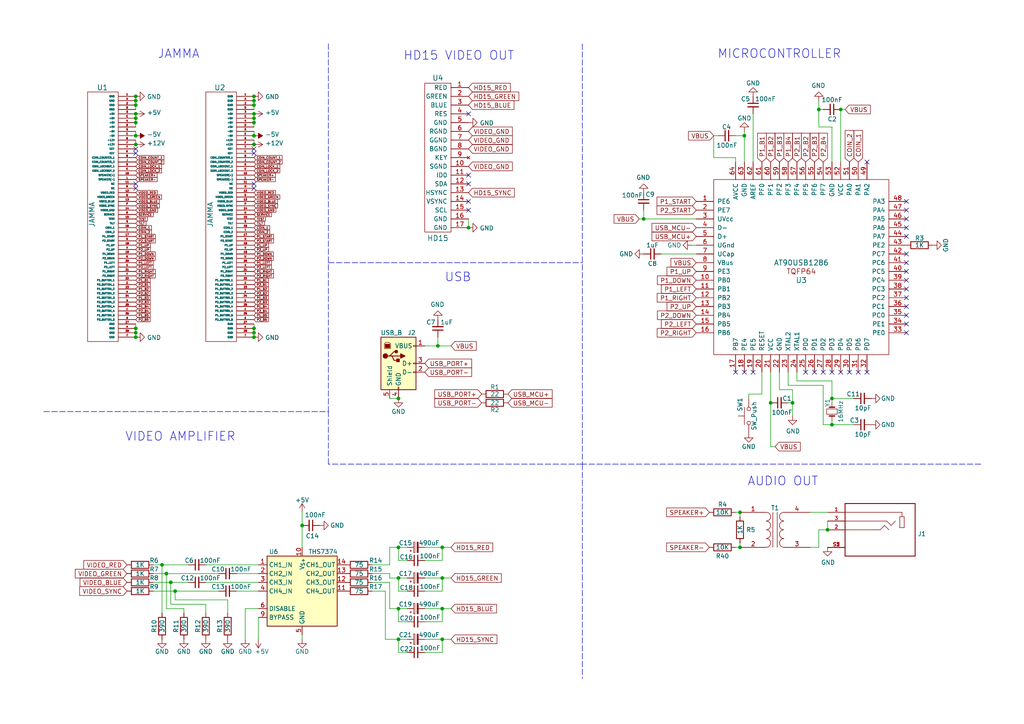
<source format=kicad_sch>
(kicad_sch (version 20231120) (generator "eeschema") (generator_version "8.0")
  (paper "A4")
  (junction (at 128.27 185.42))
  (junction (at 39.37 97.79))
  (junction (at 39.37 33.02))
  (junction (at 128.27 167.64))
  (junction (at 241.3 123.19))
  (junction (at 115.57 115.57))
  (junction (at 240.03 153.67))
  (junction (at 115.57 167.64))
  (junction (at 46.99 163.83))
  (junction (at 215.9 39.37))
  (junction (at 229.87 116.84))
  (junction (at 127 100.33))
  (junction (at 73.66 95.25))
  (junction (at 237.49 31.75))
  (junction (at 186.69 63.5))
  (junction (at 135.89 66.04))
  (junction (at 39.37 34.29))
  (junction (at 39.37 95.25))
  (junction (at 39.37 30.48))
  (junction (at 73.66 96.52))
  (junction (at 87.63 152.4))
  (junction (at 73.66 27.94))
  (junction (at 214.63 148.59))
  (junction (at 73.66 30.48))
  (junction (at 39.37 39.37))
  (junction (at 115.57 158.75))
  (junction (at 39.37 35.56))
  (junction (at 243.84 31.75))
  (junction (at 223.52 116.84))
  (junction (at 73.66 29.21))
  (junction (at 241.3 115.57))
  (junction (at 48.26 166.37))
  (junction (at 73.66 41.91))
  (junction (at 73.66 97.79))
  (junction (at 214.63 158.75))
  (junction (at 73.66 39.37))
  (junction (at 73.66 33.02))
  (junction (at 39.37 27.94))
  (junction (at 73.66 34.29))
  (junction (at 49.53 168.91))
  (junction (at 115.57 176.53))
  (junction (at 39.37 96.52))
  (junction (at 39.37 41.91))
  (junction (at 128.27 176.53))
  (junction (at 39.37 29.21))
  (junction (at 128.27 158.75))
  (junction (at 73.66 35.56))
  (junction (at 50.8 171.45))
  (junction (at 115.57 185.42))
  (no_connect (at 241.3 107.95))
  (no_connect (at 135.89 50.8))
  (no_connect (at 215.9 107.95))
  (no_connect (at 233.68 107.95))
  (no_connect (at 73.66 53.34))
  (no_connect (at 262.89 60.96))
  (no_connect (at 243.84 107.95))
  (no_connect (at 262.89 73.66))
  (no_connect (at 262.89 91.44))
  (no_connect (at 262.89 66.04))
  (no_connect (at 262.89 86.36))
  (no_connect (at 73.66 54.61))
  (no_connect (at 135.89 33.02))
  (no_connect (at 135.89 53.34))
  (no_connect (at 262.89 93.98))
  (no_connect (at 73.66 43.18))
  (no_connect (at 246.38 107.95))
  (no_connect (at 39.37 53.34))
  (no_connect (at 238.76 107.95))
  (no_connect (at 39.37 54.61))
  (no_connect (at 251.46 107.95))
  (no_connect (at 218.44 107.95))
  (no_connect (at 262.89 81.28))
  (no_connect (at 135.89 60.96))
  (no_connect (at 262.89 68.58))
  (no_connect (at 262.89 78.74))
  (no_connect (at 39.37 44.45))
  (no_connect (at 262.89 63.5))
  (no_connect (at 39.37 43.18))
  (no_connect (at 73.66 44.45))
  (no_connect (at 262.89 58.42))
  (no_connect (at 213.36 107.95))
  (no_connect (at 236.22 107.95))
  (no_connect (at 262.89 83.82))
  (no_connect (at 262.89 76.2))
  (no_connect (at 262.89 96.52))
  (no_connect (at 262.89 88.9))
  (no_connect (at 135.89 58.42))
  (no_connect (at 248.92 107.95))
  (no_connect (at 251.46 46.99))
  (wire (pts (xy 118.11 185.42) (xy 115.57 185.42)))
  (wire (pts (xy 44.45 163.83) (xy 46.99 163.83)))
  (polyline (pts (xy 168.91 134.62) (xy 168.91 196.85)) (stroke (width 0) (type dash)))
  (wire (pts (xy 50.8 171.45) (xy 63.5 171.45)))
  (wire (pts (xy 115.57 176.53) (xy 115.57 180.34)))
  (wire (pts (xy 46.99 163.83) (xy 46.99 177.8)))
  (wire (pts (xy 68.58 171.45) (xy 74.93 171.45)))
  (wire (pts (xy 39.37 35.56) (xy 39.37 34.29)))
  (wire (pts (xy 234.95 148.59) (xy 240.03 148.59)))
  (wire (pts (xy 191.77 73.66) (xy 201.93 73.66)))
  (wire (pts (xy 128.27 176.53) (xy 128.27 180.34)))
  (polyline (pts (xy 168.91 134.62) (xy 95.25 134.62)) (stroke (width 0) (type dash)))
  (wire (pts (xy 128.27 185.42) (xy 128.27 189.23)))
  (wire (pts (xy 220.98 107.95) (xy 220.98 114.3)))
  (wire (pts (xy 44.45 168.91) (xy 49.53 168.91)))
  (polyline (pts (xy 95.25 12.7) (xy 95.25 119.38)) (stroke (width 0) (type dash)))
  (wire (pts (xy 39.37 29.21) (xy 39.37 27.94)))
  (wire (pts (xy 39.37 31.75) (xy 39.37 30.48)))
  (wire (pts (xy 200.66 71.12) (xy 201.93 71.12)))
  (wire (pts (xy 243.84 46.99) (xy 243.84 31.75)))
  (wire (pts (xy 113.03 166.37) (xy 113.03 167.64)))
  (wire (pts (xy 87.63 184.15) (xy 87.63 185.42)))
  (wire (pts (xy 241.3 36.83) (xy 237.49 36.83)))
  (wire (pts (xy 115.57 167.64) (xy 115.57 171.45)))
  (wire (pts (xy 115.57 185.42) (xy 115.57 189.23)))
  (wire (pts (xy 229.87 116.84) (xy 229.87 113.03)))
  (wire (pts (xy 186.69 63.5) (xy 201.93 63.5)))
  (wire (pts (xy 73.66 95.25) (xy 73.66 93.98)))
  (wire (pts (xy 50.8 171.45) (xy 50.8 173.99)))
  (wire (pts (xy 186.69 60.96) (xy 186.69 63.5)))
  (wire (pts (xy 66.04 173.99) (xy 66.04 177.8)))
  (wire (pts (xy 234.95 158.75) (xy 237.49 158.75)))
  (wire (pts (xy 128.27 180.34) (xy 123.19 180.34)))
  (wire (pts (xy 123.19 158.75) (xy 128.27 158.75)))
  (wire (pts (xy 240.03 153.67) (xy 240.03 151.13)))
  (wire (pts (xy 128.27 162.56) (xy 123.19 162.56)))
  (wire (pts (xy 53.34 176.53) (xy 53.34 177.8)))
  (wire (pts (xy 223.52 107.95) (xy 223.52 116.84)))
  (wire (pts (xy 73.66 39.37) (xy 73.66 38.1)))
  (wire (pts (xy 185.42 63.5) (xy 186.69 63.5)))
  (wire (pts (xy 237.49 31.75) (xy 237.49 36.83)))
  (wire (pts (xy 87.63 152.4) (xy 87.63 158.75)))
  (wire (pts (xy 243.84 31.75) (xy 245.11 31.75)))
  (wire (pts (xy 39.37 95.25) (xy 39.37 93.98)))
  (wire (pts (xy 107.95 168.91) (xy 113.03 168.91)))
  (wire (pts (xy 39.37 30.48) (xy 39.37 29.21)))
  (wire (pts (xy 241.3 121.92) (xy 241.3 123.19)))
  (wire (pts (xy 123.19 185.42) (xy 128.27 185.42)))
  (wire (pts (xy 115.57 162.56) (xy 118.11 162.56)))
  (wire (pts (xy 128.27 158.75) (xy 130.81 158.75)))
  (wire (pts (xy 73.66 96.52) (xy 73.66 95.25)))
  (wire (pts (xy 107.95 166.37) (xy 113.03 166.37)))
  (wire (pts (xy 226.06 113.03) (xy 226.06 107.95)))
  (wire (pts (xy 111.76 171.45) (xy 111.76 185.42)))
  (wire (pts (xy 217.17 114.3) (xy 220.98 114.3)))
  (wire (pts (xy 207.01 39.37) (xy 207.01 45.72)))
  (wire (pts (xy 215.9 39.37) (xy 215.9 46.99)))
  (wire (pts (xy 113.03 168.91) (xy 113.03 176.53)))
  (wire (pts (xy 123.19 176.53) (xy 128.27 176.53)))
  (wire (pts (xy 213.36 158.75) (xy 214.63 158.75)))
  (wire (pts (xy 39.37 39.37) (xy 39.37 38.1)))
  (wire (pts (xy 128.27 171.45) (xy 123.19 171.45)))
  (wire (pts (xy 46.99 163.83) (xy 54.61 163.83)))
  (wire (pts (xy 73.66 34.29) (xy 73.66 33.02)))
  (wire (pts (xy 214.63 149.86) (xy 214.63 148.59)))
  (wire (pts (xy 73.66 41.91) (xy 73.66 40.64)))
  (wire (pts (xy 231.14 110.49) (xy 231.14 107.95)))
  (wire (pts (xy 228.6 111.76) (xy 238.76 111.76)))
  (wire (pts (xy 127 100.33) (xy 130.81 100.33)))
  (wire (pts (xy 223.52 116.84) (xy 223.52 129.54)))
  (wire (pts (xy 115.57 189.23) (xy 118.11 189.23)))
  (wire (pts (xy 115.57 171.45) (xy 118.11 171.45)))
  (wire (pts (xy 123.19 167.64) (xy 128.27 167.64)))
  (wire (pts (xy 39.37 36.83) (xy 39.37 35.56)))
  (wire (pts (xy 123.19 100.33) (xy 127 100.33)))
  (wire (pts (xy 128.27 167.64) (xy 128.27 171.45)))
  (wire (pts (xy 74.93 185.42) (xy 74.93 179.07)))
  (wire (pts (xy 118.11 176.53) (xy 115.57 176.53)))
  (wire (pts (xy 71.12 185.42) (xy 71.12 176.53)))
  (wire (pts (xy 107.95 171.45) (xy 111.76 171.45)))
  (wire (pts (xy 73.66 36.83) (xy 73.66 35.56)))
  (wire (pts (xy 39.37 41.91) (xy 39.37 40.64)))
  (wire (pts (xy 73.66 97.79) (xy 73.66 96.52)))
  (wire (pts (xy 39.37 96.52) (xy 39.37 95.25)))
  (wire (pts (xy 39.37 97.79) (xy 39.37 96.52)))
  (wire (pts (xy 39.37 34.29) (xy 39.37 33.02)))
  (wire (pts (xy 128.27 158.75) (xy 128.27 162.56)))
  (wire (pts (xy 128.27 189.23) (xy 123.19 189.23)))
  (wire (pts (xy 213.36 148.59) (xy 214.63 148.59)))
  (wire (pts (xy 115.57 180.34) (xy 118.11 180.34)))
  (wire (pts (xy 217.17 115.57) (xy 217.17 114.3)))
  (wire (pts (xy 213.36 39.37) (xy 215.9 39.37)))
  (wire (pts (xy 48.26 166.37) (xy 63.5 166.37)))
  (wire (pts (xy 128.27 185.42) (xy 130.81 185.42)))
  (wire (pts (xy 44.45 171.45) (xy 50.8 171.45)))
  (wire (pts (xy 241.3 123.19) (xy 247.65 123.19)))
  (wire (pts (xy 128.27 167.64) (xy 130.81 167.64)))
  (wire (pts (xy 111.76 185.42) (xy 115.57 185.42)))
  (wire (pts (xy 229.87 120.65) (xy 229.87 116.84)))
  (wire (pts (xy 71.12 176.53) (xy 74.93 176.53)))
  (polyline (pts (xy 95.25 134.62) (xy 95.25 119.38)) (stroke (width 0) (type dash)))
  (wire (pts (xy 229.87 116.84) (xy 228.6 116.84)))
  (wire (pts (xy 241.3 36.83) (xy 241.3 46.99)))
  (polyline (pts (xy 284.48 134.62) (xy 168.91 134.62)) (stroke (width 0) (type dash)))
  (wire (pts (xy 68.58 166.37) (xy 74.93 166.37)))
  (wire (pts (xy 237.49 153.67) (xy 240.03 153.67)))
  (wire (pts (xy 53.34 176.53) (xy 48.26 176.53)))
  (wire (pts (xy 107.95 163.83) (xy 113.03 163.83)))
  (wire (pts (xy 215.9 38.1) (xy 215.9 39.37)))
  (wire (pts (xy 214.63 157.48) (xy 214.63 158.75)))
  (wire (pts (xy 118.11 167.64) (xy 115.57 167.64)))
  (wire (pts (xy 115.57 158.75) (xy 115.57 162.56)))
  (wire (pts (xy 113.03 176.53) (xy 115.57 176.53)))
  (wire (pts (xy 241.3 115.57) (xy 247.65 115.57)))
  (wire (pts (xy 59.69 168.91) (xy 74.93 168.91)))
  (wire (pts (xy 238.76 111.76) (xy 238.76 123.19)))
  (wire (pts (xy 44.45 166.37) (xy 48.26 166.37)))
  (wire (pts (xy 59.69 175.26) (xy 59.69 177.8)))
  (wire (pts (xy 207.01 45.72) (xy 213.36 45.72)))
  (wire (pts (xy 113.03 115.57) (xy 115.57 115.57)))
  (wire (pts (xy 59.69 163.83) (xy 74.93 163.83)))
  (wire (pts (xy 73.66 35.56) (xy 73.66 34.29)))
  (wire (pts (xy 135.89 63.5) (xy 135.89 66.04)))
  (wire (pts (xy 127 97.79) (xy 127 100.33)))
  (wire (pts (xy 237.49 31.75) (xy 238.76 31.75)))
  (wire (pts (xy 113.03 163.83) (xy 113.03 158.75)))
  (wire (pts (xy 113.03 167.64) (xy 115.57 167.64)))
  (wire (pts (xy 231.14 110.49) (xy 241.3 110.49)))
  (wire (pts (xy 218.44 46.99) (xy 218.44 33.02)))
  (wire (pts (xy 48.26 166.37) (xy 48.26 176.53)))
  (polyline (pts (xy 12.7 119.38) (xy 95.25 119.38)) (stroke (width 0) (type dash)))
  (wire (pts (xy 49.53 168.91) (xy 54.61 168.91)))
  (wire (pts (xy 128.27 176.53) (xy 130.81 176.53)))
  (wire (pts (xy 237.49 158.75) (xy 237.49 153.67)))
  (wire (pts (xy 73.66 30.48) (xy 73.66 29.21)))
  (polyline (pts (xy 168.91 12.7) (xy 168.91 134.62)) (stroke (width 0) (type dash)))
  (wire (pts (xy 73.66 31.75) (xy 73.66 30.48)))
  (wire (pts (xy 229.87 113.03) (xy 226.06 113.03)))
  (wire (pts (xy 228.6 107.95) (xy 228.6 111.76)))
  (wire (pts (xy 241.3 110.49) (xy 241.3 115.57)))
  (wire (pts (xy 113.03 158.75) (xy 115.57 158.75)))
  (wire (pts (xy 50.8 173.99) (xy 66.04 173.99)))
  (wire (pts (xy 223.52 129.54) (xy 224.79 129.54)))
  (wire (pts (xy 87.63 148.59) (xy 87.63 152.4)))
  (wire (pts (xy 207.01 39.37) (xy 208.28 39.37)))
  (wire (pts (xy 241.3 115.57) (xy 241.3 116.84)))
  (polyline (pts (xy 95.25 76.2) (xy 168.91 76.2)) (stroke (width 0) (type dash)))
  (wire (pts (xy 49.53 168.91) (xy 49.53 175.26)))
  (wire (pts (xy 238.76 123.19) (xy 241.3 123.19)))
  (wire (pts (xy 213.36 45.72) (xy 213.36 46.99)))
  (wire (pts (xy 118.11 158.75) (xy 115.57 158.75)))
  (wire (pts (xy 49.53 175.26) (xy 59.69 175.26)))
  (wire (pts (xy 73.66 29.21) (xy 73.66 27.94)))
  (wire (pts (xy 237.49 29.21) (xy 237.49 31.75)))
  (text "VIDEO AMPLIFIER" (at 52.324 126.746 0) (effects (font (size 2.54 2.54))))
  (text "USB" (at 132.842 80.518 0) (effects (font (size 2.54 2.54))))
  (text "MICROCONTROLLER" (at 226.06 15.748 0) (effects (font (size 2.54 2.54))))
  (text "AUDIO OUT" (at 227.076 139.7 0) (effects (font (size 2.54 2.54))))
  (text "HD15 VIDEO OUT" (at 133.096 16.256 0) (effects (font (size 2.54 2.54))))
  (text "JAMMA" (at 51.816 15.748 0) (effects (font (size 2.54 2.54))))
  (global_label "USB_PORT+" (shape input) (at 123.19 105.41 0) (property "Intersheetrefs" "${INTERSHEET_REFS}" (effects (hide yes))))
  (global_label "P1_B4" (shape input) (at 228.6 46.99 90) (property "Intersheetrefs" "${INTERSHEET_REFS}" (effects (hide yes))))
  (global_label "USB_MCU-" (shape input) (at 147.32 116.84 0) (property "Intersheetrefs" "${INTERSHEET_REFS}" (effects (hide yes))))
  (global_label "SPEAKER-" (shape input) (at 73.66 52.07 0) (effects (font (size 0.635 0.635))) (property "Intersheetrefs" "${INTERSHEET_REFS}" (effects (hide yes))))
  (global_label "COIN_1" (shape input) (at 248.92 46.99 90) (property "Intersheetrefs" "${INTERSHEET_REFS}" (effects (hide yes))))
  (global_label "P2_UP" (shape input) (at 73.66 72.39 0) (effects (font (size 0.635 0.635))) (property "Intersheetrefs" "${INTERSHEET_REFS}" (effects (hide yes))))
  (global_label "P1_START" (shape input) (at 39.37 68.58 0) (effects (font (size 0.635 0.635))) (property "Intersheetrefs" "${INTERSHEET_REFS}" (effects (hide yes))))
  (global_label "P2_B4" (shape input) (at 39.37 90.17 0) (effects (font (size 0.635 0.635))) (property "Intersheetrefs" "${INTERSHEET_REFS}" (effects (hide yes))))
  (global_label "VIDEO_SYNC" (shape input) (at 36.83 171.45 180) (property "Intersheetrefs" "${INTERSHEET_REFS}" (effects (hide yes))))
  (global_label "P1_RIGHT" (shape input) (at 201.93 86.36 180) (property "Intersheetrefs" "${INTERSHEET_REFS}" (effects (hide yes))))
  (global_label "USB_MCU-" (shape input) (at 201.93 66.04 180) (property "Intersheetrefs" "${INTERSHEET_REFS}" (effects (hide yes))))
  (global_label "SPEAKER+" (shape input) (at 73.66 50.8 0) (effects (font (size 0.635 0.635))) (property "Intersheetrefs" "${INTERSHEET_REFS}" (effects (hide yes))))
  (global_label "P1_DOWN" (shape input) (at 39.37 73.66 0) (effects (font (size 0.635 0.635))) (property "Intersheetrefs" "${INTERSHEET_REFS}" (effects (hide yes))))
  (global_label "P1_B4" (shape input) (at 39.37 88.9 0) (effects (font (size 0.635 0.635))) (property "Intersheetrefs" "${INTERSHEET_REFS}" (effects (hide yes))))
  (global_label "USB_MCU+" (shape input) (at 201.93 68.58 180) (property "Intersheetrefs" "${INTERSHEET_REFS}" (effects (hide yes))))
  (global_label "SPEAKER+" (shape input) (at 39.37 50.8 0) (effects (font (size 0.635 0.635))) (property "Intersheetrefs" "${INTERSHEET_REFS}" (effects (hide yes))))
  (global_label "VIDEO_BLUE" (shape input) (at 73.66 58.42 0) (effects (font (size 0.635 0.635))) (property "Intersheetrefs" "${INTERSHEET_REFS}" (effects (hide yes))))
  (global_label "P1_B1" (shape input) (at 39.37 81.28 0) (effects (font (size 0.635 0.635))) (property "Intersheetrefs" "${INTERSHEET_REFS}" (effects (hide yes))))
  (global_label "COIN_LOCK_1" (shape input) (at 73.66 48.26 0) (effects (font (size 0.635 0.635))) (property "Intersheetrefs" "${INTERSHEET_REFS}" (effects (hide yes))))
  (global_label "P1_B1" (shape input) (at 73.66 81.28 0) (effects (font (size 0.635 0.635))) (property "Intersheetrefs" "${INTERSHEET_REFS}" (effects (hide yes))))
  (global_label "VIDEO_RED" (shape input) (at 36.83 163.83 180) (property "Intersheetrefs" "${INTERSHEET_REFS}" (effects (hide yes))))
  (global_label "P2_UP" (shape input) (at 39.37 72.39 0) (effects (font (size 0.635 0.635))) (property "Intersheetrefs" "${INTERSHEET_REFS}" (effects (hide yes))))
  (global_label "P1_B5" (shape input) (at 39.37 91.44 0) (effects (font (size 0.635 0.635))) (property "Intersheetrefs" "${INTERSHEET_REFS}" (effects (hide yes))))
  (global_label "P2_DOWN" (shape input) (at 39.37 74.93 0) (effects (font (size 0.635 0.635))) (property "Intersheetrefs" "${INTERSHEET_REFS}" (effects (hide yes))))
  (global_label "VBUS" (shape input) (at 185.42 63.5 180) (property "Intersheetrefs" "${INTERSHEET_REFS}" (effects (hide yes))))
  (global_label "P1_B3" (shape input) (at 39.37 86.36 0) (effects (font (size 0.635 0.635))) (property "Intersheetrefs" "${INTERSHEET_REFS}" (effects (hide yes))))
  (global_label "TEST" (shape input) (at 39.37 63.5 0) (effects (font (size 0.635 0.635))) (property "Intersheetrefs" "${INTERSHEET_REFS}" (effects (hide yes))))
  (global_label "COIN_2" (shape input) (at 73.66 67.31 0) (effects (font (size 0.635 0.635))) (property "Intersheetrefs" "${INTERSHEET_REFS}" (effects (hide yes))))
  (global_label "P1_RIGHT" (shape input) (at 39.37 78.74 0) (effects (font (size 0.635 0.635))) (property "Intersheetrefs" "${INTERSHEET_REFS}" (effects (hide yes))))
  (global_label "P1_LEFT" (shape input) (at 39.37 76.2 0) (effects (font (size 0.635 0.635))) (property "Intersheetrefs" "${INTERSHEET_REFS}" (effects (hide yes))))
  (global_label "COIN_COUNT_2" (shape input) (at 73.66 46.99 0) (effects (font (size 0.635 0.635))) (property "Intersheetrefs" "${INTERSHEET_REFS}" (effects (hide yes))))
  (global_label "P1_B3" (shape input) (at 226.06 46.99 90) (property "Intersheetrefs" "${INTERSHEET_REFS}" (effects (hide yes))))
  (global_label "HD15_RED" (shape input) (at 135.89 25.4 0) (property "Intersheetrefs" "${INTERSHEET_REFS}" (effects (hide yes))))
  (global_label "VIDEO_GND" (shape input) (at 39.37 60.96 0) (effects (font (size 0.635 0.635))) (property "Intersheetrefs" "${INTERSHEET_REFS}" (effects (hide yes))))
  (global_label "P1_UP" (shape input) (at 201.93 78.74 180) (property "Intersheetrefs" "${INTERSHEET_REFS}" (effects (hide yes))))
  (global_label "SPEAKER-" (shape input) (at 205.74 158.75 180) (property "Intersheetrefs" "${INTERSHEET_REFS}" (effects (hide yes))))
  (global_label "P2_B4" (shape input) (at 73.66 90.17 0) (effects (font (size 0.635 0.635))) (property "Intersheetrefs" "${INTERSHEET_REFS}" (effects (hide yes))))
  (global_label "P2_DOWN" (shape input) (at 201.93 91.44 180) (property "Intersheetrefs" "${INTERSHEET_REFS}" (effects (hide yes))))
  (global_label "TILT" (shape input) (at 73.66 64.77 0) (effects (font (size 0.635 0.635))) (property "Intersheetrefs" "${INTERSHEET_REFS}" (effects (hide yes))))
  (global_label "P1_B1" (shape input) (at 220.98 46.99 90) (property "Intersheetrefs" "${INTERSHEET_REFS}" (effects (hide yes))))
  (global_label "COIN_COUNT_1" (shape input) (at 73.66 45.72 0) (effects (font (size 0.635 0.635))) (property "Intersheetrefs" "${INTERSHEET_REFS}" (effects (hide yes))))
  (global_label "COIN_LOCK_1" (shape input) (at 39.37 48.26 0) (effects (font (size 0.635 0.635))) (property "Intersheetrefs" "${INTERSHEET_REFS}" (effects (hide yes))))
  (global_label "HD15_GREEN" (shape input) (at 135.89 27.94 0) (property "Intersheetrefs" "${INTERSHEET_REFS}" (effects (hide yes))))
  (global_label "VIDEO_GND" (shape input) (at 135.89 48.26 0) (property "Intersheetrefs" "${INTERSHEET_REFS}" (effects (hide yes))))
  (global_label "HD15_BLUE" (shape input) (at 135.89 30.48 0) (property "Intersheetrefs" "${INTERSHEET_REFS}" (effects (hide yes))))
  (global_label "P1_B2" (shape input) (at 73.66 83.82 0) (effects (font (size 0.635 0.635))) (property "Intersheetrefs" "${INTERSHEET_REFS}" (effects (hide yes))))
  (global_label "P2_START" (shape input) (at 39.37 69.85 0) (effects (font (size 0.635 0.635))) (property "Intersheetrefs" "${INTERSHEET_REFS}" (effects (hide yes))))
  (global_label "TEST" (shape input) (at 73.66 63.5 0) (effects (font (size 0.635 0.635))) (property "Intersheetrefs" "${INTERSHEET_REFS}" (effects (hide yes))))
  (global_label "P2_B2" (shape input) (at 233.68 46.99 90) (property "Intersheetrefs" "${INTERSHEET_REFS}" (effects (hide yes))))
  (global_label "VIDEO_GND" (shape input) (at 135.89 40.64 0) (property "Intersheetrefs" "${INTERSHEET_REFS}" (effects (hide yes))))
  (global_label "P2_RIGHT" (shape input) (at 73.66 80.01 0) (effects (font (size 0.635 0.635))) (property "Intersheetrefs" "${INTERSHEET_REFS}" (effects (hide yes))))
  (global_label "P1_DOWN" (shape input) (at 73.66 73.66 0) (effects (font (size 0.635 0.635))) (property "Intersheetrefs" "${INTERSHEET_REFS}" (effects (hide yes))))
  (global_label "P1_DOWN" (shape input) (at 201.93 81.28 180) (property "Intersheetrefs" "${INTERSHEET_REFS}" (effects (hide yes))))
  (global_label "P2_LEFT" (shape input) (at 39.37 77.47 0) (effects (font (size 0.635 0.635))) (property "Intersheetrefs" "${INTERSHEET_REFS}" (effects (hide yes))))
  (global_label "VIDEO_GREEN" (shape input) (at 73.66 57.15 0) (effects (font (size 0.635 0.635))) (property "Intersheetrefs" "${INTERSHEET_REFS}" (effects (hide yes))))
  (global_label "P2_START" (shape input) (at 201.93 60.96 180) (property "Intersheetrefs" "${INTERSHEET_REFS}" (effects (hide yes))))
  (global_label "P1_UP" (shape input) (at 73.66 71.12 0) (effects (font (size 0.635 0.635))) (property "Intersheetrefs" "${INTERSHEET_REFS}" (effects (hide yes))))
  (global_label "TILT" (shape input) (at 39.37 64.77 0) (effects (font (size 0.635 0.635))) (property "Intersheetrefs" "${INTERSHEET_REFS}" (effects (hide yes))))
  (global_label "HD15_RED" (shape input) (at 130.81 158.75 0) (property "Intersheetrefs" "${INTERSHEET_REFS}" (effects (hide yes))))
  (global_label "COIN_2" (shape input) (at 246.38 46.99 90) (property "Intersheetrefs" "${INTERSHEET_REFS}" (effects (hide yes))))
  (global_label "VIDEO_GND" (shape input) (at 135.89 38.1 0) (property "Intersheetrefs" "${INTERSHEET_REFS}" (effects (hide yes))))
  (global_label "SPEAKER+" (shape input) (at 205.74 148.59 180) (property "Intersheetrefs" "${INTERSHEET_REFS}" (effects (hide yes))))
  (global_label "VIDEO_GND" (shape input) (at 135.89 43.18 0) (property "Intersheetrefs" "${INTERSHEET_REFS}" (effects (hide yes))))
  (global_label "VBUS" (shape input) (at 245.11 31.75 0) (property "Intersheetrefs" "${INTERSHEET_REFS}" (effects (hide yes))))
  (global_label "SPEAKER-" (shape input) (at 39.37 52.07 0) (effects (font (size 0.635 0.635))) (property "Intersheetrefs" "${INTERSHEET_REFS}" (effects (hide yes))))
  (global_label "P2_B5" (shape input) (at 39.37 92.71 0) (effects (font (size 0.635 0.635))) (property "Intersheetrefs" "${INTERSHEET_REFS}" (effects (hide yes))))
  (global_label "P1_START" (shape input) (at 73.66 68.58 0) (effects (font (size 0.635 0.635))) (property "Intersheetrefs" "${INTERSHEET_REFS}" (effects (hide yes))))
  (global_label "VIDEO_SYNC" (shape input) (at 39.37 59.69 0) (effects (font (size 0.635 0.635))) (property "Intersheetrefs" "${INTERSHEET_REFS}" (effects (hide yes))))
  (global_label "P1_B5" (shape input) (at 73.66 91.44 0) (effects (font (size 0.635 0.635))) (property "Intersheetrefs" "${INTERSHEET_REFS}" (effects (hide yes))))
  (global_label "SERVICE" (shape input) (at 39.37 62.23 0) (effects (font (size 0.635 0.635))) (property "Intersheetrefs" "${INTERSHEET_REFS}" (effects (hide yes))))
  (global_label "USB_PORT-" (shape input) (at 123.19 107.95 0) (property "Intersheetrefs" "${INTERSHEET_REFS}" (effects (hide yes))))
  (global_label "COIN_LOCK_2" (shape input) (at 39.37 49.53 0) (effects (font (size 0.635 0.635))) (property "Intersheetrefs" "${INTERSHEET_REFS}" (effects (hide yes))))
  (global_label "P2_B1" (shape input) (at 231.14 46.99 90) (property "Intersheetrefs" "${INTERSHEET_REFS}" (effects (hide yes))))
  (global_label "P1_RIGHT" (shape input) (at 73.66 78.74 0) (effects (font (size 0.635 0.635))) (property "Intersheetrefs" "${INTERSHEET_REFS}" (effects (hide yes))))
  (global_label "VBUS" (shape input) (at 130.81 100.33 0) (property "Intersheetrefs" "${INTERSHEET_REFS}" (effects (hide yes))))
  (global_label "P1_LEFT" (shape input) (at 73.66 76.2 0) (effects (font (size 0.635 0.635))) (property "Intersheetrefs" "${INTERSHEET_REFS}" (effects (hide yes))))
  (global_label "P1_LEFT" (shape input) (at 201.93 83.82 180) (property "Intersheetrefs" "${INTERSHEET_REFS}" (effects (hide yes))))
  (global_label "P2_B3" (shape input) (at 236.22 46.99 90) (property "Intersheetrefs" "${INTERSHEET_REFS}" (effects (hide yes))))
  (global_label "P2_B5" (shape input) (at 73.66 92.71 0) (effects (font (size 0.635 0.635))) (property "Intersheetrefs" "${INTERSHEET_REFS}" (effects (hide yes))))
  (global_label "HD15_SYNC" (shape input) (at 130.81 185.42 0) (property "Intersheetrefs" "${INTERSHEET_REFS}" (effects (hide yes))))
  (global_label "HD15_BLUE" (shape input) (at 130.81 176.53 0) (property "Intersheetrefs" "${INTERSHEET_REFS}" (effects (hide yes))))
  (global_label "COIN_2" (shape input) (at 39.37 67.31 0) (effects (font (size 0.635 0.635))) (property "Intersheetrefs" "${INTERSHEET_REFS}" (effects (hide yes))))
  (global_label "VIDEO_GREEN" (shape input) (at 39.37 57.15 0) (effects (font (size 0.635 0.635))) (property "Intersheetrefs" "${INTERSHEET_REFS}" (effects (hide yes))))
  (global_label "COIN_1" (shape input) (at 39.37 66.04 0) (effects (font (size 0.635 0.635))) (property "Intersheetrefs" "${INTERSHEET_REFS}" (effects (hide yes))))
  (global_label "VBUS" (shape input) (at 201.93 76.2 180) (property "Intersheetrefs" "${INTERSHEET_REFS}" (effects (hide yes))))
  (global_label "VIDEO_RED" (shape input) (at 73.66 55.88 0) (effects (font (size 0.635 0.635))) (property "Intersheetrefs" "${INTERSHEET_REFS}" (effects (hide yes))))
  (global_label "VIDEO_BLUE" (shape input) (at 36.83 168.91 180) (property "Intersheetrefs" "${INTERSHEET_REFS}" (effects (hide yes))))
  (global_label "P2_B1" (shape input) (at 39.37 82.55 0) (effects (font (size 0.635 0.635))) (property "Intersheetrefs" "${INTERSHEET_REFS}" (effects (hide yes))))
  (global_label "P2_B1" (shape input) (at 73.66 82.55 0) (effects (font (size 0.635 0.635))) (property "Intersheetrefs" "${INTERSHEET_REFS}" (effects (hide yes))))
  (global_label "COIN_COUNT_2" (shape input) (at 39.37 46.99 0) (effects (font (size 0.635 0.635))) (property "Intersheetrefs" "${INTERSHEET_REFS}" (effects (hide yes))))
  (global_label "P1_B2" (shape input) (at 223.52 46.99 90) (property "Intersheetrefs" "${INTERSHEET_REFS}" (effects (hide yes))))
  (global_label "P1_B4" (shape input) (at 73.66 88.9 0) (effects (font (size 0.635 0.635))) (property "Intersheetrefs" "${INTERSHEET_REFS}" (effects (hide yes))))
  (global_label "P2_LEFT" (shape input) (at 201.93 93.98 180) (property "Intersheetrefs" "${INTERSHEET_REFS}" (effects (hide yes))))
  (global_label "USB_PORT+" (shape input) (at 139.7 114.3 180) (property "Intersheetrefs" "${INTERSHEET_REFS}" (effects (hide yes))))
  (global_label "P2_RIGHT" (shape input) (at 201.93 96.52 180) (property "Intersheetrefs" "${INTERSHEET_REFS}" (effects (hide yes))))
  (global_label "HD15_GREEN" (shape input) (at 130.81 167.64 0) (property "Intersheetrefs" "${INTERSHEET_REFS}" (effects (hide yes))))
  (global_label "COIN_COUNT_1" (shape input) (at 39.37 45.72 0) (effects (font (size 0.635 0.635))) (property "Intersheetrefs" "${INTERSHEET_REFS}" (effects (hide yes))))
  (global_label "P2_RIGHT" (shape input) (at 39.37 80.01 0) (effects (font (size 0.635 0.635))) (property "Intersheetrefs" "${INTERSHEET_REFS}" (effects (hide yes))))
  (global_label "P2_START" (shape input) (at 73.66 69.85 0) (effects (font (size 0.635 0.635))) (property "Intersheetrefs" "${INTERSHEET_REFS}" (effects (hide yes))))
  (global_label "P2_B3" (shape input) (at 39.37 87.63 0) (effects (font (size 0.635 0.635))) (property "Intersheetrefs" "${INTERSHEET_REFS}" (effects (hide yes))))
  (global_label "VIDEO_GREEN" (shape input) (at 36.83 166.37 180) (property "Intersheetrefs" "${INTERSHEET_REFS}" (effects (hide yes))))
  (global_label "VBUS" (shape input) (at 224.79 129.54 0) (property "Intersheetrefs" "${INTERSHEET_REFS}" (effects (hide yes))))
  (global_label "VIDEO_GND" (shape input) (at 73.66 60.96 0) (effects (font (size 0.635 0.635))) (property "Intersheetrefs" "${INTERSHEET_REFS}" (effects (hide yes))))
  (global_label "P2_B2" (shape input) (at 39.37 85.09 0) (effects (font (size 0.635 0.635))) (property "Intersheetrefs" "${INTERSHEET_REFS}" (effects (hide yes))))
  (global_label "P2_LEFT" (shape input) (at 73.66 77.47 0) (effects (font (size 0.635 0.635))) (property "Intersheetrefs" "${INTERSHEET_REFS}" (effects (hide yes))))
  (global_label "USB_MCU+" (shape input) (at 147.32 114.3 0) (property "Intersheetrefs" "${INTERSHEET_REFS}" (effects (hide yes))))
  (global_label "VIDEO_RED" (shape input) (at 39.37 55.88 0) (effects (font (size 0.635 0.635))) (property "Intersheetrefs" "${INTERSHEET_REFS}" (effects (hide yes))))
  (global_label "COIN_1" (shape input) (at 73.66 66.04 0) (effects (font (size 0.635 0.635))) (property "Intersheetrefs" "${INTERSHEET_REFS}" (effects (hide yes))))
  (global_label "P2_B3" (shape input) (at 73.66 87.63 0) (effects (font (size 0.635 0.635))) (property "Intersheetrefs" "${INTERSHEET_REFS}" (effects (hide yes))))
  (global_label "P1_START" (shape input) (at 201.93 58.42 180) (property "Intersheetrefs" "${INTERSHEET_REFS}" (effects (hide yes))))
  (global_label "P2_UP" (shape input) (at 201.93 88.9 180) (property "Intersheetrefs" "${INTERSHEET_REFS}" (effects (hide yes))))
  (global_label "P1_B3" (shape input) (at 73.66 86.36 0) (effects (font (size 0.635 0.635))) (property "Intersheetrefs" "${INTERSHEET_REFS}" (effects (hide yes))))
  (global_label "P1_B2" (shape input) (at 39.37 83.82 0) (effects (font (size 0.635 0.635))) (property "Intersheetrefs" "${INTERSHEET_REFS}" (effects (hide yes))))
  (global_label "SERVICE" (shape input) (at 73.66 62.23 0) (effects (font (size 0.635 0.635))) (property "Intersheetrefs" "${INTERSHEET_REFS}" (effects (hide yes))))
  (global_label "P1_UP" (shape input) (at 39.37 71.12 0) (effects (font (size 0.635 0.635))) (property "Intersheetrefs" "${INTERSHEET_REFS}" (effects (hide yes))))
  (global_label "VIDEO_BLUE" (shape input) (at 39.37 58.42 0) (effects (font (size 0.635 0.635))) (property "Intersheetrefs" "${INTERSHEET_REFS}" (effects (hide yes))))
  (global_label "USB_PORT-" (shape input) (at 139.7 116.84 180) (property "Intersheetrefs" "${INTERSHEET_REFS}" (effects (hide yes))))
  (global_label "COIN_LOCK_2" (shape input) (at 73.66 49.53 0) (effects (font (size 0.635 0.635))) (property "Intersheetrefs" "${INTERSHEET_REFS}" (effects (hide yes))))
  (global_label "VIDEO_SYNC" (shape input) (at 73.66 59.69 0) (effects (font (size 0.635 0.635))) (property "Intersheetrefs" "${INTERSHEET_REFS}" (effects (hide yes))))
  (global_label "P2_B2" (shape input) (at 73.66 85.09 0) (effects (font (size 0.635 0.635))) (property "Intersheetrefs" "${INTERSHEET_REFS}" (effects (hide yes))))
  (global_label "P2_B4" (shape input) (at 238.76 46.99 90) (property "Intersheetrefs" "${INTERSHEET_REFS}" (effects (hide yes))))
  (global_label "P2_DOWN" (shape input) (at 73.66 74.93 0) (effects (font (size 0.635 0.635))) (property "Intersheetrefs" "${INTERSHEET_REFS}" (effects (hide yes))))
  (global_label "HD15_SYNC" (shape input) (at 135.89 55.88 0) (property "Intersheetrefs" "${INTERSHEET_REFS}" (effects (hide yes))))
  (global_label "VBUS" (shape input) (at 207.01 39.37 180) (property "Intersheetrefs" "${INTERSHEET_REFS}" (effects (hide yes))))
  (symbol (lib_id "jamma-streamer-rescue:AT90USB1286-jamma-streamer-rescue") (at 232.41 77.47 0) (unit 1)
    (property "Reference" "U3" (at 232.41 81.28 0) (effects (font (size 1.524 1.524))))
    (property "Value" "AT90USB1286" (at 232.41 76.2 0) (effects (font (size 1.524 1.524))))
    (property "Footprint" "Package_QFP:TQFP-64_14x14mm_P0.8mm" (effects (hide yes)))
  )
  (symbol (lib_id "jamma-streamer-rescue:R-jamma-streamer-rescue") (at 143.51 114.3 270) (unit 1)
    (property "Reference" "R1" (at 143.51 112.268 90))
    (property "Value" "22" (at 143.51 114.3 90))
    (property "Footprint" "Resistor_SMD:R_0805_2012Metric" (effects (hide yes)))
  )
  (symbol (lib_id "jamma-streamer-rescue:R-jamma-streamer-rescue") (at 143.51 116.84 270) (unit 1)
    (property "Reference" "R2" (at 143.51 118.872 90))
    (property "Value" "22" (at 143.51 116.84 90))
    (property "Footprint" "Resistor_SMD:R_0805_2012Metric" (effects (hide yes)))
  )
  (symbol (lib_id "jamma-streamer-rescue:GND-jamma-streamer-rescue") (at 186.69 73.66 270) (unit 1)
    (property "Reference" "#PWR04" (effects (hide yes)))
    (property "Value" "GND" (at 181.61 73.66 90))
  )
  (symbol (lib_id "jamma-streamer-rescue:GND-jamma-streamer-rescue") (at 217.17 125.73 0) (unit 1)
    (property "Reference" "#PWR05" (effects (hide yes)))
    (property "Value" "GND" (at 217.17 129.54 0))
  )
  (symbol (lib_id "jamma-streamer-rescue:R-jamma-streamer-rescue") (at 266.7 71.12 270) (unit 1)
    (property "Reference" "R3" (at 266.7 69.088 90))
    (property "Value" "1K" (at 266.7 71.12 90))
    (property "Footprint" "Resistor_SMD:R_0805_2012Metric" (effects (hide yes)))
  )
  (symbol (lib_id "jamma-streamer-rescue:SW_Push-jamma-streamer-rescue") (at 217.17 120.65 90) (unit 1)
    (property "Reference" "SW1" (at 214.63 119.38 0) (effects (justify left)))
    (property "Value" "SW_Push" (at 218.694 120.65 0))
    (property "Footprint" "Button_Switch_THT:SW_PUSH_6mm" (effects (hide yes)))
  )
  (symbol (lib_id "jamma-streamer-rescue:GND-jamma-streamer-rescue") (at 270.51 71.12 90) (unit 1)
    (property "Reference" "#PWR06" (effects (hide yes)))
    (property "Value" "GND" (at 274.32 71.12 0))
  )
  (symbol (lib_id "jamma-streamer-rescue:Crystal_Small-jamma-streamer-rescue") (at 241.3 119.38 90) (unit 1)
    (property "Reference" "Y1" (at 240.03 116.84 0))
    (property "Value" "16MHz" (at 243.84 119.38 0))
    (property "Footprint" "Crystal:Crystal_HC49-4H_Vertical" (effects (hide yes)))
  )
  (symbol (lib_id "jamma-streamer-rescue:GND-jamma-streamer-rescue") (at 252.73 123.19 90) (unit 1)
    (property "Reference" "#PWR07" (effects (hide yes)))
    (property "Value" "GND" (at 257.556 123.19 90))
  )
  (symbol (lib_id "jamma-streamer-rescue:GND-jamma-streamer-rescue") (at 252.73 115.57 90) (unit 1)
    (property "Reference" "#PWR08" (effects (hide yes)))
    (property "Value" "GND" (at 257.556 115.57 90))
  )
  (symbol (lib_id "jamma-streamer-rescue:JAMMA-jamma-streamer-rescue") (at 66.04 62.23 270) (unit 1)
    (property "Reference" "U2" (at 63.754 25.4 90) (effects (font (size 1.524 1.524))))
    (property "Value" "JAMMA" (at 60.96 62.23 0) (effects (font (size 1.524 1.524))))
    (property "Footprint" "footprints:JAMMA" (effects (hide yes)))
  )
  (symbol (lib_id "jamma-streamer-rescue:JAMMA-jamma-streamer-rescue") (at 31.75 62.23 270) (unit 1)
    (property "Reference" "U1" (at 29.718 25.4 90) (effects (font (size 1.524 1.524))))
    (property "Value" "JAMMA" (at 26.67 62.23 0) (effects (font (size 1.524 1.524))))
    (property "Footprint" "footprints:JAMMA" (effects (hide yes)))
  )
  (symbol (lib_id "jamma-streamer-rescue:HD15-jamma") (at 127 43.18 0) (unit 1)
    (property "Reference" "U4" (at 127 22.606 0) (effects (font (size 1.524 1.524))))
    (property "Value" "HD15" (at 127 69.088 0) (effects (font (size 1.524 1.524))))
    (property "Footprint" "echo-chan:DSUB-15-HD_Female_Horizontal_P2.29x2.54mm_EdgePinOffset9.40mm_anchors" (effects (hide yes)))
  )
  (symbol (lib_id "jamma-streamer-rescue:USB_B-Connector") (at 115.57 105.41 0) (unit 1)
    (property "Reference" "J2" (at 119.38 96.52 0))
    (property "Value" "USB_B" (at 113.538 96.52 0))
    (property "Footprint" "Connector_USB:USB_B_OST_USB-B1HSxx_Horizontal" (effects (hide yes)))
    (property "Datasheet" " ~" (effects (hide yes)))
  )
  (symbol (lib_id "jamma-streamer-rescue:GND-jamma-streamer-rescue") (at 115.57 115.57 0) (unit 1)
    (property "Reference" "#PWR0110" (effects (hide yes)))
    (property "Value" "GND" (at 115.57 119.38 0))
  )
  (symbol (lib_id "jamma-streamer-rescue:SJ1-3533NS-SJ1-3533NS") (at 255.27 153.67 0) (mirror y) (unit 1)
    (property "Reference" "J1" (at 266.1666 154.8384 0) (effects (justify right)))
    (property "Value" "SJ1-3533NS" (effects (hide yes)))
    (property "Footprint" "footprints:CUI_SJ1-3533NS" (effects (hide yes)))
    (property "Datasheet" "CUI" (effects (hide yes)))
    (property "Field4" "Manufacturer recommendation" (effects (hide yes)))
    (property "Field5" "1.01" (effects (hide yes)))
  )
  (symbol (lib_id "jamma-streamer-rescue:GND-power") (at 240.03 158.75 0) (unit 1)
    (property "Reference" "#PWR0101" (effects (hide yes)))
    (property "Value" "GND" (at 240.157 163.1442 0))
  )
  (symbol (lib_id "Device:R") (at 209.55 148.59 90) (unit 1)
    (property "Reference" "R4" (at 209.55 146.304 90))
    (property "Value" "10K" (at 209.55 148.59 90))
    (property "Footprint" "Resistor_SMD:R_0805_2012Metric" (effects (hide yes)))
  )
  (symbol (lib_id "Device:Transformer_1P_1S") (at 224.79 153.67 0) (unit 1)
    (property "Reference" "T1" (at 224.79 147.32 0))
    (property "Value" "Transformer_1P_1S" (effects (hide yes)))
    (property "Footprint" "footprints:560G" (effects (hide yes)))
  )
  (symbol (lib_id "Device:R") (at 209.55 158.75 90) (unit 1)
    (property "Reference" "R40" (at 209.55 161.29 90))
    (property "Value" "10K" (at 209.55 158.75 90))
    (property "Footprint" "Resistor_SMD:R_0805_2012Metric" (effects (hide yes)))
  )
  (symbol (lib_id "Device:R") (at 214.63 153.67 0) (unit 1)
    (property "Reference" "R5" (at 216.408 153.67 0) (effects (justify left)))
    (property "Value" "1K" (at 214.63 154.94 90) (effects (justify left)))
    (property "Footprint" "Resistor_SMD:R_0805_2012Metric" (effects (hide yes)))
  )
  (symbol (lib_id "Device:C_Polarized_Small") (at 120.65 176.53 90) (unit 1)
    (property "Reference" "C19" (at 117.602 175.26 90))
    (property "Value" "490uF" (at 124.46 175.26 90))
    (property "Footprint" "Capacitor_THT:CP_Radial_D8.0mm_P3.50mm" (effects (hide yes)))
    (property "Description" "Polarized capacitor, small symbol" (effects (hide yes)))
  )
  (symbol (lib_id "jamma-streamer-rescue:GND-jamma-streamer-rescue") (at 39.37 27.94 90) (mirror x) (unit 1)
    (property "Reference" "#PWR022" (effects (hide yes)))
    (property "Value" "GND" (at 42.6212 28.067 90) (effects (justify right)))
  )
  (symbol (lib_id "Device:C_Polarized_Small") (at 120.65 185.42 90) (unit 1)
    (property "Reference" "C21" (at 117.602 184.15 90))
    (property "Value" "490uF" (at 124.46 184.15 90))
    (property "Footprint" "Capacitor_THT:CP_Radial_D8.0mm_P3.50mm" (effects (hide yes)))
    (property "Description" "Polarized capacitor, small symbol" (effects (hide yes)))
  )
  (symbol (lib_id "jamma-streamer-rescue:GND-jamma-streamer-rescue") (at 59.69 185.42 0) (unit 1)
    (property "Reference" "#PWR034" (effects (hide yes)))
    (property "Value" "GND" (at 59.69 188.976 0))
  )
  (symbol (lib_id "Device:C_Small") (at 120.65 162.56 90) (unit 1)
    (property "Reference" "C16" (at 117.856 161.544 90))
    (property "Value" "100nF" (at 124.714 161.29 90))
    (property "Footprint" "Capacitor_SMD:C_0805_2012Metric" (effects (hide yes)))
  )
  (symbol (lib_id "Device:C_Small") (at 250.19 115.57 90) (unit 1)
    (property "Reference" "C11" (at 249.428 114.3 90) (effects (justify left)))
    (property "Value" "10pF" (at 252.73 118.364 90) (effects (justify left)))
    (property "Footprint" "Capacitor_SMD:C_0805_2012Metric" (effects (hide yes)))
    (property "Description" "Unpolarized capacitor, small symbol" (effects (hide yes)))
  )
  (symbol (lib_id "jamma-streamer-rescue:R-jamma-streamer-rescue") (at 40.64 163.83 270) (unit 1)
    (property "Reference" "R6" (at 44.704 162.56 90))
    (property "Value" "1K" (at 40.64 163.83 90))
    (property "Footprint" "Resistor_SMD:R_0805_2012Metric" (effects (hide yes)))
  )
  (symbol (lib_id "jamma-streamer-rescue:GND-jamma-streamer-rescue") (at 135.89 35.56 90) (mirror x) (unit 1)
    (property "Reference" "#PWR030" (effects (hide yes)))
    (property "Value" "GND" (at 139.1412 35.687 90) (effects (justify right)))
  )
  (symbol (lib_id "Device:C_Small") (at 186.69 58.42 0) (unit 1)
    (property "Reference" "C9" (at 187.198 56.388 0) (effects (justify left)))
    (property "Value" "100nF" (at 180.34 56.642 0) (effects (justify left)))
    (property "Footprint" "Capacitor_SMD:C_0805_2012Metric" (effects (hide yes)))
  )
  (symbol (lib_id "jamma-streamer-rescue:GND-jamma-streamer-rescue") (at 66.04 185.42 0) (unit 1)
    (property "Reference" "#PWR035" (effects (hide yes)))
    (property "Value" "GND" (at 66.04 188.976 0))
  )
  (symbol (lib_id "jamma-streamer-rescue:GND-jamma-streamer-rescue") (at 92.71 152.4 90) (unit 1)
    (property "Reference" "#PWR038" (effects (hide yes)))
    (property "Value" "GND" (at 97.79 152.4 90))
  )
  (symbol (lib_id "Device:C_Small") (at 120.65 180.34 90) (unit 1)
    (property "Reference" "C20" (at 117.856 179.324 90))
    (property "Value" "100nF" (at 124.714 179.07 90))
    (property "Footprint" "Capacitor_SMD:C_0805_2012Metric" (effects (hide yes)))
  )
  (symbol (lib_id "Device:C_Small") (at 210.82 39.37 90) (unit 1)
    (property "Reference" "C4" (at 212.09 36.83 90) (effects (justify left)))
    (property "Value" "100nF" (at 213.868 42.164 90) (effects (justify left)))
    (property "Footprint" "Capacitor_SMD:C_0805_2012Metric" (effects (hide yes)))
  )
  (symbol (lib_id "Device:C_Small") (at 218.44 30.48 0) (unit 1)
    (property "Reference" "C5" (at 214.884 28.702 0) (effects (justify left)))
    (property "Value" "100nF" (at 218.948 28.702 0) (effects (justify left)))
    (property "Footprint" "Capacitor_SMD:C_0805_2012Metric" (effects (hide yes)))
  )
  (symbol (lib_id "jamma-streamer-rescue:-5V-power") (at 73.66 39.37 270) (mirror x) (unit 1)
    (property "Reference" "#PWR026" (effects (hide yes)))
    (property "Value" "-5V" (at 76.9112 38.989 90) (effects (justify left)))
  )
  (symbol (lib_id "jamma-streamer-rescue:+5V-power") (at 74.93 185.42 0) (mirror x) (unit 1)
    (property "Reference" "#PWR036" (effects (hide yes)))
    (property "Value" "+5V" (at 73.914 188.976 0) (effects (justify left)))
  )
  (symbol (lib_id "power:GND") (at 215.9 38.1 180) (unit 1)
    (property "Reference" "#PWR014" (effects (hide yes)))
    (property "Value" "GND" (at 215.9 34.29 0))
  )
  (symbol (lib_id "Device:C_Polarized_Small") (at 120.65 158.75 90) (unit 1)
    (property "Reference" "C15" (at 117.602 157.48 90))
    (property "Value" "490uF" (at 124.46 157.48 90))
    (property "Footprint" "Capacitor_THT:CP_Radial_D8.0mm_P3.50mm" (effects (hide yes)))
    (property "Description" "Polarized capacitor, small symbol" (effects (hide yes)))
  )
  (symbol (lib_id "jamma-streamer-rescue:GND-jamma-streamer-rescue") (at 200.66 71.12 270) (unit 1)
    (property "Reference" "#PWR010" (effects (hide yes)))
    (property "Value" "GND" (at 195.58 71.12 90))
  )
  (symbol (lib_id "jamma-streamer-rescue:GND-jamma-streamer-rescue") (at 73.66 27.94 90) (mirror x) (unit 1)
    (property "Reference" "#PWR028" (effects (hide yes)))
    (property "Value" "GND" (at 76.9112 28.067 90) (effects (justify right)))
  )
  (symbol (lib_id "jamma-streamer-rescue:R-jamma-streamer-rescue") (at 46.99 181.61 0) (unit 1)
    (property "Reference" "R10" (at 44.704 181.61 90))
    (property "Value" "390" (at 46.99 181.61 90))
    (property "Footprint" "Resistor_SMD:R_0805_2012Metric" (effects (hide yes)))
  )
  (symbol (lib_id "power:GND") (at 218.44 27.94 180) (unit 1)
    (property "Reference" "#PWR09" (effects (hide yes)))
    (property "Value" "GND" (at 220.472 24.13 0) (effects (justify left)))
  )
  (symbol (lib_id "Device:C_Small") (at 66.04 166.37 90) (unit 1)
    (property "Reference" "C10" (at 63.246 165.1 90))
    (property "Value" "100nF" (at 69.85 165.1 90))
    (property "Footprint" "Capacitor_SMD:C_0805_2012Metric" (effects (hide yes)))
  )
  (symbol (lib_id "jamma-streamer-rescue:+5V-jamma-streamer-rescue") (at 87.63 148.59 0) (unit 1)
    (property "Reference" "#PWR037" (effects (hide yes)))
    (property "Value" "+5V" (at 87.63 145.034 0))
  )
  (symbol (lib_id "jamma-streamer-rescue:GND-jamma-streamer-rescue") (at 73.66 97.79 90) (mirror x) (unit 1)
    (property "Reference" "#PWR024" (effects (hide yes)))
    (property "Value" "GND" (at 76.9112 97.917 90) (effects (justify right)))
  )
  (symbol (lib_id "Device:C_Small") (at 57.15 168.91 90) (unit 1)
    (property "Reference" "C12" (at 54.356 167.64 90))
    (property "Value" "100nF" (at 60.96 167.64 90))
    (property "Footprint" "Capacitor_SMD:C_0805_2012Metric" (effects (hide yes)))
  )
  (symbol (lib_id "jamma-streamer-rescue:GND-jamma-streamer-rescue") (at 87.63 185.42 0) (unit 1)
    (property "Reference" "#PWR031" (effects (hide yes)))
    (property "Value" "GND" (at 87.63 188.976 0))
  )
  (symbol (lib_id "jamma-streamer-rescue:R-jamma-streamer-rescue") (at 59.69 181.61 0) (unit 1)
    (property "Reference" "R12" (at 57.404 181.61 90))
    (property "Value" "390" (at 59.69 181.61 90))
    (property "Footprint" "Resistor_SMD:R_0805_2012Metric" (effects (hide yes)))
  )
  (symbol (lib_id "jamma-streamer-rescue:GND-jamma-streamer-rescue") (at 39.37 97.79 90) (mirror x) (unit 1)
    (property "Reference" "#PWR023" (effects (hide yes)))
    (property "Value" "GND" (at 42.6212 97.917 90) (effects (justify right)))
  )
  (symbol (lib_id "jamma-streamer-rescue:GND-jamma-streamer-rescue") (at 71.12 185.42 0) (unit 1)
    (property "Reference" "#PWR03" (effects (hide yes)))
    (property "Value" "GND" (at 71.12 188.976 0))
  )
  (symbol (lib_id "Device:C_Small") (at 189.23 73.66 90) (unit 1)
    (property "Reference" "C8" (at 189.23 76.454 90))
    (property "Value" "1uF" (at 189.23 71.12 90))
    (property "Footprint" "Capacitor_SMD:C_0805_2012Metric" (effects (hide yes)))
    (property "Description" "Unpolarized capacitor, small symbol" (effects (hide yes)))
  )
  (symbol (lib_id "Amplifier_Video:THS7374") (at 87.63 171.45 0) (unit 1)
    (property "Reference" "U6" (at 77.978 160.02 0) (effects (justify left)))
    (property "Value" "THS7374" (at 89.408 160.02 0) (effects (justify left)))
    (property "Footprint" "Package_SO:TSSOP-14_4.4x5mm_P0.65mm" (effects (hide yes)))
    (property "Datasheet" "https://www.ti.com/lit/ds/symlink/ths7374.pdf" (effects (hide yes)))
    (property "Description" "4 channel SDTV Video Amplifier, TSSOP-14" (effects (hide yes)))
  )
  (symbol (lib_id "jamma-streamer-rescue:-5V-power") (at 39.37 39.37 270) (mirror x) (unit 1)
    (property "Reference" "#PWR020" (effects (hide yes)))
    (property "Value" "-5V" (at 42.6212 38.989 90) (effects (justify left)))
  )
  (symbol (lib_id "Device:C_Small") (at 250.19 123.19 90) (unit 1)
    (property "Reference" "C3" (at 249.174 121.92 90) (effects (justify left)))
    (property "Value" "10pF" (at 252.73 125.984 90) (effects (justify left)))
    (property "Footprint" "Capacitor_SMD:C_0805_2012Metric" (effects (hide yes)))
    (property "Description" "Unpolarized capacitor, small symbol" (effects (hide yes)))
  )
  (symbol (lib_id "jamma-streamer-rescue:GND-jamma-streamer-rescue") (at 127 92.71 180) (unit 1)
    (property "Reference" "#PWR01" (effects (hide yes)))
    (property "Value" "GND" (at 126.873 88.3158 0))
  )
  (symbol (lib_id "Device:C_Small") (at 57.15 163.83 90) (unit 1)
    (property "Reference" "C6" (at 54.864 162.56 90))
    (property "Value" "100nF" (at 60.96 162.56 90))
    (property "Footprint" "Capacitor_SMD:C_0805_2012Metric" (effects (hide yes)))
  )
  (symbol (lib_id "jamma-streamer-rescue:R-jamma-streamer-rescue") (at 104.14 171.45 270) (unit 1)
    (property "Reference" "R17" (at 108.966 170.18 90))
    (property "Value" "75" (at 104.14 171.45 90))
    (property "Footprint" "Resistor_SMD:R_0805_2012Metric" (effects (hide yes)))
  )
  (symbol (lib_id "jamma-streamer-rescue:R-jamma-streamer-rescue") (at 104.14 163.83 270) (unit 1)
    (property "Reference" "R14" (at 108.966 162.56 90))
    (property "Value" "75" (at 104.14 163.83 90))
    (property "Footprint" "Resistor_SMD:R_0805_2012Metric" (effects (hide yes)))
  )
  (symbol (lib_id "Device:C_Small") (at 120.65 189.23 90) (unit 1)
    (property "Reference" "C22" (at 117.856 188.214 90))
    (property "Value" "100nF" (at 124.714 187.96 90))
    (property "Footprint" "Capacitor_SMD:C_0805_2012Metric" (effects (hide yes)))
  )
  (symbol (lib_id "jamma-streamer-rescue:GND-jamma-streamer-rescue") (at 46.99 185.42 0) (unit 1)
    (property "Reference" "#PWR032" (effects (hide yes)))
    (property "Value" "GND" (at 46.99 188.976 0))
  )
  (symbol (lib_id "Device:C_Small") (at 241.3 31.75 270) (unit 1)
    (property "Reference" "C2" (at 240.03 34.544 90) (effects (justify left)))
    (property "Value" "100nF" (at 238.252 28.956 90) (effects (justify left)))
    (property "Footprint" "Capacitor_SMD:C_0805_2012Metric" (effects (hide yes)))
  )
  (symbol (lib_id "jamma-streamer-rescue:+5V-power") (at 73.66 33.02 270) (mirror x) (unit 1)
    (property "Reference" "#PWR027" (effects (hide yes)))
    (property "Value" "+5V" (at 76.9112 32.639 90) (effects (justify left)))
  )
  (symbol (lib_id "Device:C_Small") (at 226.06 116.84 90) (unit 1)
    (property "Reference" "C1" (at 229.616 115.57 90) (effects (justify left)))
    (property "Value" "100nF" (at 229.87 119.634 90) (effects (justify left)))
    (property "Footprint" "Capacitor_SMD:C_0805_2012Metric" (effects (hide yes)))
  )
  (symbol (lib_id "jamma-streamer-rescue:+12V-power") (at 73.66 41.91 270) (mirror x) (unit 1)
    (property "Reference" "#PWR025" (effects (hide yes)))
    (property "Value" "+12V" (at 76.9112 41.529 90) (effects (justify left)))
  )
  (symbol (lib_id "jamma-streamer-rescue:R-jamma-streamer-rescue") (at 40.64 166.37 270) (unit 1)
    (property "Reference" "R7" (at 44.704 165.1 90))
    (property "Value" "1K" (at 40.64 166.37 90))
    (property "Footprint" "Resistor_SMD:R_0805_2012Metric" (effects (hide yes)))
  )
  (symbol (lib_id "jamma-streamer-rescue:GND-jamma-streamer-rescue") (at 186.69 55.88 180) (unit 1)
    (property "Reference" "#PWR018" (effects (hide yes)))
    (property "Value" "GND" (at 186.563 51.4858 0))
  )
  (symbol (lib_id "Device:C_Polarized_Small") (at 120.65 167.64 90) (unit 1)
    (property "Reference" "C17" (at 117.602 166.37 90))
    (property "Value" "490uF" (at 124.46 166.37 90))
    (property "Footprint" "Capacitor_THT:CP_Radial_D8.0mm_P3.50mm" (effects (hide yes)))
    (property "Description" "Polarized capacitor, small symbol" (effects (hide yes)))
  )
  (symbol (lib_id "jamma-streamer-rescue:R-jamma-streamer-rescue") (at 40.64 171.45 270) (unit 1)
    (property "Reference" "R9" (at 44.704 170.18 90))
    (property "Value" "1K" (at 40.64 171.45 90))
    (property "Footprint" "Resistor_SMD:R_0805_2012Metric" (effects (hide yes)))
  )
  (symbol (lib_id "Device:C_Small") (at 90.17 152.4 270) (unit 1)
    (property "Reference" "C14" (at 88.646 155.448 90) (effects (justify left)))
    (property "Value" "100nF" (at 88.392 149.352 90) (effects (justify left)))
    (property "Footprint" "Capacitor_SMD:C_0805_2012Metric" (effects (hide yes)))
  )
  (symbol (lib_id "jamma-streamer-rescue:R-jamma-streamer-rescue") (at 40.64 168.91 270) (unit 1)
    (property "Reference" "R8" (at 44.704 167.64 90))
    (property "Value" "1K" (at 40.64 168.91 90))
    (property "Footprint" "Resistor_SMD:R_0805_2012Metric" (effects (hide yes)))
  )
  (symbol (lib_id "jamma-streamer-rescue:R-jamma-streamer-rescue") (at 66.04 181.61 0) (unit 1)
    (property "Reference" "R13" (at 63.754 181.61 90))
    (property "Value" "390" (at 66.04 181.61 90))
    (property "Footprint" "Resistor_SMD:R_0805_2012Metric" (effects (hide yes)))
  )
  (symbol (lib_id "Device:C_Small") (at 120.65 171.45 90) (unit 1)
    (property "Reference" "C18" (at 117.856 170.434 90))
    (property "Value" "100nF" (at 124.714 170.18 90))
    (property "Footprint" "Capacitor_SMD:C_0805_2012Metric" (effects (hide yes)))
  )
  (symbol (lib_id "jamma-streamer-rescue:GND-jamma-streamer-rescue") (at 237.49 29.21 180) (unit 1)
    (property "Reference" "#PWR015" (effects (hide yes)))
    (property "Value" "GND" (at 237.363 24.8158 0))
  )
  (symbol (lib_id "Device:C_Small") (at 66.04 171.45 90) (unit 1)
    (property "Reference" "C13" (at 63.246 170.18 90))
    (property "Value" "100nF" (at 69.85 170.18 90))
    (property "Footprint" "Capacitor_SMD:C_0805_2012Metric" (effects (hide yes)))
  )
  (symbol (lib_id "Device:C_Small") (at 127 95.25 180) (unit 1)
    (property "Reference" "C7" (at 124.968 93.472 0))
    (property "Value" "1uF" (at 129.54 93.472 0))
    (property "Footprint" "Capacitor_SMD:C_0805_2012Metric" (effects (hide yes)))
  )
  (symbol (lib_id "jamma-streamer-rescue:+5V-power") (at 39.37 33.02 270) (mirror x) (unit 1)
    (property "Reference" "#PWR021" (effects (hide yes)))
    (property "Value" "+5V" (at 42.6212 32.639 90) (effects (justify left)))
  )
  (symbol (lib_id "jamma-streamer-rescue:R-jamma-streamer-rescue") (at 104.14 168.91 270) (unit 1)
    (property "Reference" "R16" (at 108.966 167.64 90))
    (property "Value" "75" (at 104.14 168.91 90))
    (property "Footprint" "Resistor_SMD:R_0805_2012Metric" (effects (hide yes)))
  )
  (symbol (lib_id "jamma-streamer-rescue:R-jamma-streamer-rescue") (at 53.34 181.61 0) (unit 1)
    (property "Reference" "R11" (at 51.054 181.61 90))
    (property "Value" "390" (at 53.34 181.61 90))
    (property "Footprint" "Resistor_SMD:R_0805_2012Metric" (effects (hide yes)))
  )
  (symbol (lib_id "jamma-streamer-rescue:+12V-power") (at 39.37 41.91 270) (mirror x) (unit 1)
    (property "Reference" "#PWR019" (effects (hide yes)))
    (property "Value" "+12V" (at 42.6212 41.529 90) (effects (justify left)))
  )
  (symbol (lib_id "jamma-streamer-rescue:GND-jamma-streamer-rescue") (at 53.34 185.42 0) (unit 1)
    (property "Reference" "#PWR033" (effects (hide yes)))
    (property "Value" "GND" (at 53.34 188.976 0))
  )
  (symbol (lib_id "jamma-streamer-rescue:GND-jamma-streamer-rescue") (at 229.87 120.65 0) (unit 1)
    (property "Reference" "#PWR011" (effects (hide yes)))
    (property "Value" "GND" (at 229.997 125.0442 0))
  )
  (symbol (lib_id "jamma-streamer-rescue:GND-jamma-streamer-rescue") (at 135.89 66.04 90) (mirror x) (unit 1)
    (property "Reference" "#PWR029" (effects (hide yes)))
    (property "Value" "GND" (at 139.1412 66.167 90) (effects (justify right)))
  )
  (symbol (lib_id "jamma-streamer-rescue:R-jamma-streamer-rescue") (at 104.14 166.37 270) (unit 1)
    (property "Reference" "R15" (at 108.966 165.1 90))
    (property "Value" "75" (at 104.14 166.37 90))
    (property "Footprint" "Resistor_SMD:R_0805_2012Metric" (effects (hide yes)))
  )
)
</source>
